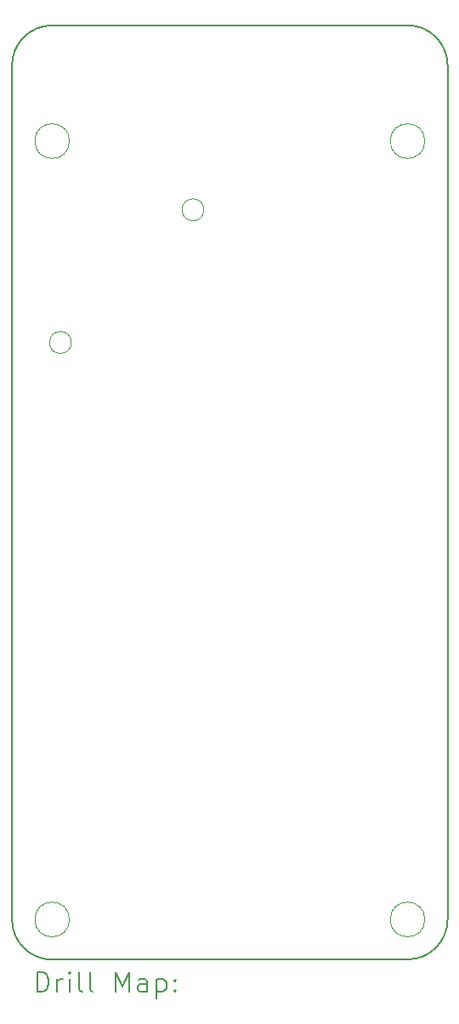
<source format=gbr>
%TF.GenerationSoftware,KiCad,Pcbnew,8.0.7*%
%TF.CreationDate,2025-01-20T10:57:14-06:00*%
%TF.ProjectId,Digit,44696769-742e-46b6-9963-61645f706362,1.2*%
%TF.SameCoordinates,Original*%
%TF.FileFunction,Drillmap*%
%TF.FilePolarity,Positive*%
%FSLAX45Y45*%
G04 Gerber Fmt 4.5, Leading zero omitted, Abs format (unit mm)*
G04 Created by KiCad (PCBNEW 8.0.7) date 2025-01-20 10:57:14*
%MOMM*%
%LPD*%
G01*
G04 APERTURE LIST*
%ADD10C,0.200000*%
%ADD11C,0.050000*%
G04 APERTURE END LIST*
D10*
X6786657Y-12342500D02*
G75*
G02*
X6387500Y-12742496I-399997J0D01*
G01*
X2447000Y-3844000D02*
X2447000Y-12344000D01*
X2847000Y-12744000D02*
G75*
G02*
X2447000Y-12344000I0J400000D01*
G01*
X6386657Y-3442500D02*
X2847000Y-3444000D01*
X6386657Y-3442503D02*
G75*
G02*
X6786657Y-3842500I3J-399997D01*
G01*
X6387500Y-12742500D02*
X2847000Y-12744000D01*
X6786657Y-12342500D02*
X6786657Y-3842500D01*
X2447000Y-3844000D02*
G75*
G02*
X2847000Y-3444000I400000J0D01*
G01*
D11*
X6560000Y-4595500D02*
G75*
G02*
X6215000Y-4595500I-172500J0D01*
G01*
X6215000Y-4595500D02*
G75*
G02*
X6560000Y-4595500I172500J0D01*
G01*
X6560000Y-12344500D02*
G75*
G02*
X6215000Y-12344500I-172500J0D01*
G01*
X6215000Y-12344500D02*
G75*
G02*
X6560000Y-12344500I172500J0D01*
G01*
X3019500Y-4595500D02*
G75*
G02*
X2674500Y-4595500I-172500J0D01*
G01*
X2674500Y-4595500D02*
G75*
G02*
X3019500Y-4595500I172500J0D01*
G01*
X3039000Y-6600000D02*
G75*
G02*
X2821000Y-6600000I-109000J0D01*
G01*
X2821000Y-6600000D02*
G75*
G02*
X3039000Y-6600000I109000J0D01*
G01*
X4359000Y-5280000D02*
G75*
G02*
X4141000Y-5280000I-109000J0D01*
G01*
X4141000Y-5280000D02*
G75*
G02*
X4359000Y-5280000I109000J0D01*
G01*
X3019500Y-12344500D02*
G75*
G02*
X2674500Y-12344500I-172500J0D01*
G01*
X2674500Y-12344500D02*
G75*
G02*
X3019500Y-12344500I172500J0D01*
G01*
D10*
X2697777Y-13065484D02*
X2697777Y-12865484D01*
X2697777Y-12865484D02*
X2745396Y-12865484D01*
X2745396Y-12865484D02*
X2773967Y-12875008D01*
X2773967Y-12875008D02*
X2793015Y-12894055D01*
X2793015Y-12894055D02*
X2802539Y-12913103D01*
X2802539Y-12913103D02*
X2812062Y-12951198D01*
X2812062Y-12951198D02*
X2812062Y-12979769D01*
X2812062Y-12979769D02*
X2802539Y-13017865D01*
X2802539Y-13017865D02*
X2793015Y-13036912D01*
X2793015Y-13036912D02*
X2773967Y-13055960D01*
X2773967Y-13055960D02*
X2745396Y-13065484D01*
X2745396Y-13065484D02*
X2697777Y-13065484D01*
X2897777Y-13065484D02*
X2897777Y-12932150D01*
X2897777Y-12970246D02*
X2907301Y-12951198D01*
X2907301Y-12951198D02*
X2916824Y-12941674D01*
X2916824Y-12941674D02*
X2935872Y-12932150D01*
X2935872Y-12932150D02*
X2954920Y-12932150D01*
X3021586Y-13065484D02*
X3021586Y-12932150D01*
X3021586Y-12865484D02*
X3012062Y-12875008D01*
X3012062Y-12875008D02*
X3021586Y-12884531D01*
X3021586Y-12884531D02*
X3031110Y-12875008D01*
X3031110Y-12875008D02*
X3021586Y-12865484D01*
X3021586Y-12865484D02*
X3021586Y-12884531D01*
X3145396Y-13065484D02*
X3126348Y-13055960D01*
X3126348Y-13055960D02*
X3116824Y-13036912D01*
X3116824Y-13036912D02*
X3116824Y-12865484D01*
X3250158Y-13065484D02*
X3231110Y-13055960D01*
X3231110Y-13055960D02*
X3221586Y-13036912D01*
X3221586Y-13036912D02*
X3221586Y-12865484D01*
X3478729Y-13065484D02*
X3478729Y-12865484D01*
X3478729Y-12865484D02*
X3545396Y-13008341D01*
X3545396Y-13008341D02*
X3612062Y-12865484D01*
X3612062Y-12865484D02*
X3612062Y-13065484D01*
X3793015Y-13065484D02*
X3793015Y-12960722D01*
X3793015Y-12960722D02*
X3783491Y-12941674D01*
X3783491Y-12941674D02*
X3764443Y-12932150D01*
X3764443Y-12932150D02*
X3726348Y-12932150D01*
X3726348Y-12932150D02*
X3707301Y-12941674D01*
X3793015Y-13055960D02*
X3773967Y-13065484D01*
X3773967Y-13065484D02*
X3726348Y-13065484D01*
X3726348Y-13065484D02*
X3707301Y-13055960D01*
X3707301Y-13055960D02*
X3697777Y-13036912D01*
X3697777Y-13036912D02*
X3697777Y-13017865D01*
X3697777Y-13017865D02*
X3707301Y-12998817D01*
X3707301Y-12998817D02*
X3726348Y-12989293D01*
X3726348Y-12989293D02*
X3773967Y-12989293D01*
X3773967Y-12989293D02*
X3793015Y-12979769D01*
X3888253Y-12932150D02*
X3888253Y-13132150D01*
X3888253Y-12941674D02*
X3907301Y-12932150D01*
X3907301Y-12932150D02*
X3945396Y-12932150D01*
X3945396Y-12932150D02*
X3964443Y-12941674D01*
X3964443Y-12941674D02*
X3973967Y-12951198D01*
X3973967Y-12951198D02*
X3983491Y-12970246D01*
X3983491Y-12970246D02*
X3983491Y-13027388D01*
X3983491Y-13027388D02*
X3973967Y-13046436D01*
X3973967Y-13046436D02*
X3964443Y-13055960D01*
X3964443Y-13055960D02*
X3945396Y-13065484D01*
X3945396Y-13065484D02*
X3907301Y-13065484D01*
X3907301Y-13065484D02*
X3888253Y-13055960D01*
X4069205Y-13046436D02*
X4078729Y-13055960D01*
X4078729Y-13055960D02*
X4069205Y-13065484D01*
X4069205Y-13065484D02*
X4059682Y-13055960D01*
X4059682Y-13055960D02*
X4069205Y-13046436D01*
X4069205Y-13046436D02*
X4069205Y-13065484D01*
X4069205Y-12941674D02*
X4078729Y-12951198D01*
X4078729Y-12951198D02*
X4069205Y-12960722D01*
X4069205Y-12960722D02*
X4059682Y-12951198D01*
X4059682Y-12951198D02*
X4069205Y-12941674D01*
X4069205Y-12941674D02*
X4069205Y-12960722D01*
M02*

</source>
